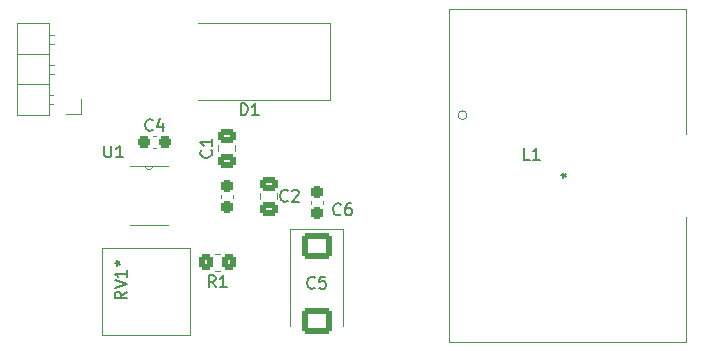
<source format=gto>
G04 #@! TF.GenerationSoftware,KiCad,Pcbnew,(6.0.1)*
G04 #@! TF.CreationDate,2022-04-24T16:37:43-07:00*
G04 #@! TF.ProjectId,Regulator_5V,52656775-6c61-4746-9f72-5f35562e6b69,rev?*
G04 #@! TF.SameCoordinates,Original*
G04 #@! TF.FileFunction,Legend,Top*
G04 #@! TF.FilePolarity,Positive*
%FSLAX46Y46*%
G04 Gerber Fmt 4.6, Leading zero omitted, Abs format (unit mm)*
G04 Created by KiCad (PCBNEW (6.0.1)) date 2022-04-24 16:37:43*
%MOMM*%
%LPD*%
G01*
G04 APERTURE LIST*
G04 Aperture macros list*
%AMRoundRect*
0 Rectangle with rounded corners*
0 $1 Rounding radius*
0 $2 $3 $4 $5 $6 $7 $8 $9 X,Y pos of 4 corners*
0 Add a 4 corners polygon primitive as box body*
4,1,4,$2,$3,$4,$5,$6,$7,$8,$9,$2,$3,0*
0 Add four circle primitives for the rounded corners*
1,1,$1+$1,$2,$3*
1,1,$1+$1,$4,$5*
1,1,$1+$1,$6,$7*
1,1,$1+$1,$8,$9*
0 Add four rect primitives between the rounded corners*
20,1,$1+$1,$2,$3,$4,$5,0*
20,1,$1+$1,$4,$5,$6,$7,0*
20,1,$1+$1,$6,$7,$8,$9,0*
20,1,$1+$1,$8,$9,$2,$3,0*%
G04 Aperture macros list end*
%ADD10C,0.150000*%
%ADD11C,0.120000*%
%ADD12RoundRect,0.250000X-1.025000X0.875000X-1.025000X-0.875000X1.025000X-0.875000X1.025000X0.875000X0*%
%ADD13RoundRect,0.237500X0.237500X-0.300000X0.237500X0.300000X-0.237500X0.300000X-0.237500X-0.300000X0*%
%ADD14R,1.778000X0.533400*%
%ADD15R,2.400000X3.099999*%
%ADD16RoundRect,0.250000X-0.475000X0.337500X-0.475000X-0.337500X0.475000X-0.337500X0.475000X0.337500X0*%
%ADD17RoundRect,0.250000X0.350000X0.450000X-0.350000X0.450000X-0.350000X-0.450000X0.350000X-0.450000X0*%
%ADD18RoundRect,0.237500X-0.300000X-0.237500X0.300000X-0.237500X0.300000X0.237500X-0.300000X0.237500X0*%
%ADD19R,4.500000X3.300000*%
%ADD20C,1.498600*%
%ADD21RoundRect,0.237500X-0.237500X0.300000X-0.237500X-0.300000X0.237500X-0.300000X0.237500X0.300000X0*%
%ADD22R,5.588000X5.334000*%
%ADD23R,5.283200X6.350000*%
%ADD24R,1.700000X1.700000*%
%ADD25O,1.700000X1.700000*%
%ADD26RoundRect,0.250000X0.475000X-0.337500X0.475000X0.337500X-0.475000X0.337500X-0.475000X-0.337500X0*%
G04 APERTURE END LIST*
D10*
X153333333Y-97377642D02*
X153285714Y-97425261D01*
X153142857Y-97472880D01*
X153047619Y-97472880D01*
X152904761Y-97425261D01*
X152809523Y-97330023D01*
X152761904Y-97234785D01*
X152714285Y-97044309D01*
X152714285Y-96901452D01*
X152761904Y-96710976D01*
X152809523Y-96615738D01*
X152904761Y-96520500D01*
X153047619Y-96472880D01*
X153142857Y-96472880D01*
X153285714Y-96520500D01*
X153333333Y-96568119D01*
X154238095Y-96472880D02*
X153761904Y-96472880D01*
X153714285Y-96949071D01*
X153761904Y-96901452D01*
X153857142Y-96853833D01*
X154095238Y-96853833D01*
X154190476Y-96901452D01*
X154238095Y-96949071D01*
X154285714Y-97044309D01*
X154285714Y-97282404D01*
X154238095Y-97377642D01*
X154190476Y-97425261D01*
X154095238Y-97472880D01*
X153857142Y-97472880D01*
X153761904Y-97425261D01*
X153714285Y-97377642D01*
X155533333Y-91157142D02*
X155485714Y-91204761D01*
X155342857Y-91252380D01*
X155247619Y-91252380D01*
X155104761Y-91204761D01*
X155009523Y-91109523D01*
X154961904Y-91014285D01*
X154914285Y-90823809D01*
X154914285Y-90680952D01*
X154961904Y-90490476D01*
X155009523Y-90395238D01*
X155104761Y-90300000D01*
X155247619Y-90252380D01*
X155342857Y-90252380D01*
X155485714Y-90300000D01*
X155533333Y-90347619D01*
X156390476Y-90252380D02*
X156200000Y-90252380D01*
X156104761Y-90300000D01*
X156057142Y-90347619D01*
X155961904Y-90490476D01*
X155914285Y-90680952D01*
X155914285Y-91061904D01*
X155961904Y-91157142D01*
X156009523Y-91204761D01*
X156104761Y-91252380D01*
X156295238Y-91252380D01*
X156390476Y-91204761D01*
X156438095Y-91157142D01*
X156485714Y-91061904D01*
X156485714Y-90823809D01*
X156438095Y-90728571D01*
X156390476Y-90680952D01*
X156295238Y-90633333D01*
X156104761Y-90633333D01*
X156009523Y-90680952D01*
X155961904Y-90728571D01*
X155914285Y-90823809D01*
X135538095Y-85352380D02*
X135538095Y-86161904D01*
X135585714Y-86257142D01*
X135633333Y-86304761D01*
X135728571Y-86352380D01*
X135919047Y-86352380D01*
X136014285Y-86304761D01*
X136061904Y-86257142D01*
X136109523Y-86161904D01*
X136109523Y-85352380D01*
X137109523Y-86352380D02*
X136538095Y-86352380D01*
X136823809Y-86352380D02*
X136823809Y-85352380D01*
X136728571Y-85495238D01*
X136633333Y-85590476D01*
X136538095Y-85638095D01*
X151047333Y-90011642D02*
X150999714Y-90059261D01*
X150856857Y-90106880D01*
X150761619Y-90106880D01*
X150618761Y-90059261D01*
X150523523Y-89964023D01*
X150475904Y-89868785D01*
X150428285Y-89678309D01*
X150428285Y-89535452D01*
X150475904Y-89344976D01*
X150523523Y-89249738D01*
X150618761Y-89154500D01*
X150761619Y-89106880D01*
X150856857Y-89106880D01*
X150999714Y-89154500D01*
X151047333Y-89202119D01*
X151428285Y-89202119D02*
X151475904Y-89154500D01*
X151571142Y-89106880D01*
X151809238Y-89106880D01*
X151904476Y-89154500D01*
X151952095Y-89202119D01*
X151999714Y-89297357D01*
X151999714Y-89392595D01*
X151952095Y-89535452D01*
X151380666Y-90106880D01*
X151999714Y-90106880D01*
X144951333Y-97344880D02*
X144618000Y-96868690D01*
X144379904Y-97344880D02*
X144379904Y-96344880D01*
X144760857Y-96344880D01*
X144856095Y-96392500D01*
X144903714Y-96440119D01*
X144951333Y-96535357D01*
X144951333Y-96678214D01*
X144903714Y-96773452D01*
X144856095Y-96821071D01*
X144760857Y-96868690D01*
X144379904Y-96868690D01*
X145903714Y-97344880D02*
X145332285Y-97344880D01*
X145618000Y-97344880D02*
X145618000Y-96344880D01*
X145522761Y-96487738D01*
X145427523Y-96582976D01*
X145332285Y-96630595D01*
X139617333Y-84009642D02*
X139569714Y-84057261D01*
X139426857Y-84104880D01*
X139331619Y-84104880D01*
X139188761Y-84057261D01*
X139093523Y-83962023D01*
X139045904Y-83866785D01*
X138998285Y-83676309D01*
X138998285Y-83533452D01*
X139045904Y-83342976D01*
X139093523Y-83247738D01*
X139188761Y-83152500D01*
X139331619Y-83104880D01*
X139426857Y-83104880D01*
X139569714Y-83152500D01*
X139617333Y-83200119D01*
X140474476Y-83438214D02*
X140474476Y-84104880D01*
X140236380Y-83057261D02*
X139998285Y-83771547D01*
X140617333Y-83771547D01*
X147089904Y-82784380D02*
X147089904Y-81784380D01*
X147328000Y-81784380D01*
X147470857Y-81832000D01*
X147566095Y-81927238D01*
X147613714Y-82022476D01*
X147661333Y-82212952D01*
X147661333Y-82355809D01*
X147613714Y-82546285D01*
X147566095Y-82641523D01*
X147470857Y-82736761D01*
X147328000Y-82784380D01*
X147089904Y-82784380D01*
X148613714Y-82784380D02*
X148042285Y-82784380D01*
X148328000Y-82784380D02*
X148328000Y-81784380D01*
X148232761Y-81927238D01*
X148137523Y-82022476D01*
X148042285Y-82070095D01*
X137410880Y-97726738D02*
X136934690Y-98060071D01*
X137410880Y-98298166D02*
X136410880Y-98298166D01*
X136410880Y-97917214D01*
X136458500Y-97821976D01*
X136506119Y-97774357D01*
X136601357Y-97726738D01*
X136744214Y-97726738D01*
X136839452Y-97774357D01*
X136887071Y-97821976D01*
X136934690Y-97917214D01*
X136934690Y-98298166D01*
X136410880Y-97441023D02*
X137410880Y-97107690D01*
X136410880Y-96774357D01*
X137410880Y-95917214D02*
X137410880Y-96488642D01*
X137410880Y-96202928D02*
X136410880Y-96202928D01*
X136553738Y-96298166D01*
X136648976Y-96393404D01*
X136696595Y-96488642D01*
X136452380Y-95300000D02*
X136690476Y-95300000D01*
X136595238Y-95538095D02*
X136690476Y-95300000D01*
X136595238Y-95061904D01*
X136880952Y-95442857D02*
X136690476Y-95300000D01*
X136880952Y-95157142D01*
X171537333Y-86558380D02*
X171061142Y-86558380D01*
X171061142Y-85558380D01*
X172394476Y-86558380D02*
X171823047Y-86558380D01*
X172108761Y-86558380D02*
X172108761Y-85558380D01*
X172013523Y-85701238D01*
X171918285Y-85796476D01*
X171823047Y-85844095D01*
X174204380Y-87884000D02*
X174442476Y-87884000D01*
X174347238Y-88122095D02*
X174442476Y-87884000D01*
X174347238Y-87645904D01*
X174632952Y-88026857D02*
X174442476Y-87884000D01*
X174632952Y-87741142D01*
X144557142Y-85757166D02*
X144604761Y-85804785D01*
X144652380Y-85947642D01*
X144652380Y-86042880D01*
X144604761Y-86185738D01*
X144509523Y-86280976D01*
X144414285Y-86328595D01*
X144223809Y-86376214D01*
X144080952Y-86376214D01*
X143890476Y-86328595D01*
X143795238Y-86280976D01*
X143700000Y-86185738D01*
X143652380Y-86042880D01*
X143652380Y-85947642D01*
X143700000Y-85804785D01*
X143747619Y-85757166D01*
X144652380Y-84804785D02*
X144652380Y-85376214D01*
X144652380Y-85090500D02*
X143652380Y-85090500D01*
X143795238Y-85185738D01*
X143890476Y-85280976D01*
X143938095Y-85376214D01*
D11*
X155760000Y-92435500D02*
X151240000Y-92435500D01*
X151240000Y-92435500D02*
X151240000Y-100670500D01*
X155760000Y-100670500D02*
X155760000Y-92435500D01*
X154010000Y-90308767D02*
X154010000Y-90016233D01*
X152990000Y-90308767D02*
X152990000Y-90016233D01*
X140884603Y-87101800D02*
X137730897Y-87101800D01*
X137730897Y-92080200D02*
X140884603Y-92080200D01*
X139002950Y-87101800D02*
G75*
G03*
X139612550Y-87101800I304800J0D01*
G01*
X148701000Y-89393248D02*
X148701000Y-89915752D01*
X150171000Y-89393248D02*
X150171000Y-89915752D01*
X145345064Y-95977500D02*
X144890936Y-95977500D01*
X145345064Y-94507500D02*
X144890936Y-94507500D01*
X139637733Y-84572500D02*
X139930267Y-84572500D01*
X139637733Y-85592500D02*
X139930267Y-85592500D01*
X154628000Y-74982000D02*
X154628000Y-81482000D01*
X154628000Y-81482000D02*
X143428000Y-81482000D01*
X154628000Y-74982000D02*
X143428000Y-74982000D01*
X135333320Y-94048500D02*
X135333320Y-101414500D01*
X135333320Y-101414500D02*
X142785680Y-101414500D01*
X135333320Y-94048500D02*
X142785680Y-94048500D01*
X142785680Y-94048500D02*
X142785680Y-101414500D01*
X145370000Y-89508233D02*
X145370000Y-89800767D01*
X146390000Y-89508233D02*
X146390000Y-89800767D01*
X184785000Y-101981000D02*
X184785000Y-91391740D01*
X184785000Y-84376260D02*
X184785000Y-73787000D01*
X164719000Y-73787000D02*
X164719000Y-101981000D01*
X184785000Y-73787000D02*
X164719000Y-73787000D01*
X164719000Y-101981000D02*
X184785000Y-101981000D01*
X166233000Y-82784000D02*
G75*
G03*
X166233000Y-82784000I-381000J0D01*
G01*
X133545000Y-82695000D02*
X132275000Y-82695000D01*
X130835000Y-82755000D02*
X130835000Y-75015000D01*
X128175000Y-75015000D02*
X128175000Y-82755000D01*
X131232071Y-79265000D02*
X130835000Y-79265000D01*
X131232071Y-76725000D02*
X130835000Y-76725000D01*
X131165000Y-81045000D02*
X130835000Y-81045000D01*
X130835000Y-77615000D02*
X128175000Y-77615000D01*
X130835000Y-75015000D02*
X128175000Y-75015000D01*
X133545000Y-81425000D02*
X133545000Y-82695000D01*
X131232071Y-78505000D02*
X130835000Y-78505000D01*
X131232071Y-75965000D02*
X130835000Y-75965000D01*
X130835000Y-80155000D02*
X128175000Y-80155000D01*
X128175000Y-82755000D02*
X130835000Y-82755000D01*
X131165000Y-81805000D02*
X130835000Y-81805000D01*
X146615000Y-85851752D02*
X146615000Y-85329248D01*
X145145000Y-85851752D02*
X145145000Y-85329248D01*
%LPC*%
D12*
X153500000Y-93820500D03*
X153500000Y-100220500D03*
D13*
X153500000Y-91025000D03*
X153500000Y-89300000D03*
D14*
X136742350Y-87686000D03*
X136742350Y-88956000D03*
X136742350Y-90226000D03*
X136742350Y-91496000D03*
X141873150Y-91496000D03*
X141873150Y-90226000D03*
X141873150Y-88956000D03*
X141873150Y-87686000D03*
D15*
X139307750Y-89591000D03*
D16*
X149436000Y-88617000D03*
X149436000Y-90692000D03*
D17*
X146118000Y-95242500D03*
X144118000Y-95242500D03*
D18*
X138921500Y-85082500D03*
X140646500Y-85082500D03*
D19*
X152228000Y-78232000D03*
X143428000Y-78232000D03*
D20*
X139258500Y-95231500D03*
X141758500Y-97731500D03*
X139258500Y-100231500D03*
D21*
X145880000Y-88792000D03*
X145880000Y-90517000D03*
D22*
X160401000Y-82804000D03*
X160401000Y-92964000D03*
D23*
X182473600Y-87884000D03*
D24*
X132275000Y-81425000D03*
D25*
X132275000Y-78885000D03*
X132275000Y-76345000D03*
D26*
X145880000Y-86628000D03*
X145880000Y-84553000D03*
M02*

</source>
